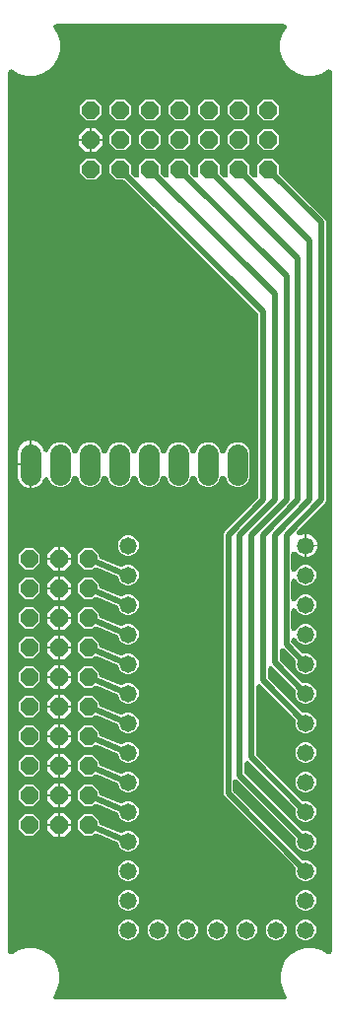
<source format=gbr>
G04 EAGLE Gerber RS-274X export*
G75*
%MOMM*%
%FSLAX34Y34*%
%LPD*%
%INTop Copper*%
%IPPOS*%
%AMOC8*
5,1,8,0,0,1.08239X$1,22.5*%
G01*
G04 Define Apertures*
%ADD10C,1.473200*%
%ADD11P,1.64956X8X202.5*%
%ADD12C,1.778000*%
%ADD13P,1.64956X8X292.5*%
%ADD14C,0.500000*%
G36*
X248607Y11120D02*
X247632Y10922D01*
X52368Y10922D01*
X51187Y11218D01*
X50421Y11853D01*
X49964Y12737D01*
X49887Y13729D01*
X50203Y14672D01*
X53445Y20289D01*
X55160Y26688D01*
X55160Y33312D01*
X53445Y39711D01*
X50133Y45449D01*
X45449Y50133D01*
X39711Y53445D01*
X33312Y55160D01*
X26688Y55160D01*
X20289Y53445D01*
X14672Y50203D01*
X13502Y49869D01*
X12521Y50036D01*
X11683Y50572D01*
X11120Y51393D01*
X10922Y52368D01*
X10922Y807535D01*
X11218Y808715D01*
X11853Y809481D01*
X12737Y809939D01*
X13729Y810016D01*
X14672Y809700D01*
X20386Y806401D01*
X26785Y804686D01*
X33410Y804686D01*
X39809Y806401D01*
X45546Y809713D01*
X50230Y814398D01*
X53543Y820135D01*
X55257Y826534D01*
X55257Y833159D01*
X53543Y839558D01*
X50211Y845328D01*
X49877Y846498D01*
X50044Y847479D01*
X50580Y848317D01*
X51401Y848880D01*
X52376Y849078D01*
X247624Y849078D01*
X248804Y848782D01*
X249570Y848147D01*
X250028Y847263D01*
X250105Y846271D01*
X249789Y845328D01*
X246457Y839558D01*
X244743Y833159D01*
X244743Y826534D01*
X246457Y820135D01*
X249770Y814398D01*
X254454Y809713D01*
X260191Y806401D01*
X266590Y804686D01*
X273215Y804686D01*
X279614Y806401D01*
X285328Y809700D01*
X286498Y810033D01*
X287479Y809866D01*
X288317Y809330D01*
X288880Y808510D01*
X289078Y807535D01*
X289078Y52368D01*
X288782Y51187D01*
X288147Y50421D01*
X287263Y49964D01*
X286271Y49887D01*
X285328Y50203D01*
X279711Y53445D01*
X273312Y55160D01*
X266688Y55160D01*
X260289Y53445D01*
X254552Y50133D01*
X249867Y45449D01*
X246555Y39711D01*
X244840Y33312D01*
X244840Y26688D01*
X246555Y20289D01*
X249797Y14672D01*
X250131Y13502D01*
X249964Y12521D01*
X249428Y11683D01*
X248607Y11120D01*
G37*
%LPC*%
G36*
X230686Y765956D02*
X238262Y765956D01*
X243618Y771312D01*
X243618Y778888D01*
X238262Y784244D01*
X230686Y784244D01*
X225330Y778888D01*
X225330Y771312D01*
X230686Y765956D01*
G37*
G36*
X205286Y765956D02*
X212862Y765956D01*
X218218Y771312D01*
X218218Y778888D01*
X212862Y784244D01*
X205286Y784244D01*
X199930Y778888D01*
X199930Y771312D01*
X205286Y765956D01*
G37*
G36*
X179886Y765956D02*
X187462Y765956D01*
X192818Y771312D01*
X192818Y778888D01*
X187462Y784244D01*
X179886Y784244D01*
X174530Y778888D01*
X174530Y771312D01*
X179886Y765956D01*
G37*
G36*
X154486Y765956D02*
X162062Y765956D01*
X167418Y771312D01*
X167418Y778888D01*
X162062Y784244D01*
X154486Y784244D01*
X149130Y778888D01*
X149130Y771312D01*
X154486Y765956D01*
G37*
G36*
X129086Y765956D02*
X136662Y765956D01*
X142018Y771312D01*
X142018Y778888D01*
X136662Y784244D01*
X129086Y784244D01*
X123730Y778888D01*
X123730Y771312D01*
X129086Y765956D01*
G37*
G36*
X103686Y765956D02*
X111262Y765956D01*
X116618Y771312D01*
X116618Y778888D01*
X111262Y784244D01*
X103686Y784244D01*
X98330Y778888D01*
X98330Y771312D01*
X103686Y765956D01*
G37*
G36*
X78286Y765956D02*
X85862Y765956D01*
X91218Y771312D01*
X91218Y778888D01*
X85862Y784244D01*
X78286Y784244D01*
X72930Y778888D01*
X72930Y771312D01*
X78286Y765956D01*
G37*
G36*
X71914Y750462D02*
X81312Y750462D01*
X81312Y759860D01*
X77866Y759860D01*
X71914Y753908D01*
X71914Y750462D01*
G37*
G36*
X82836Y750462D02*
X92234Y750462D01*
X92234Y753908D01*
X86282Y759860D01*
X82836Y759860D01*
X82836Y750462D01*
G37*
G36*
X230686Y740556D02*
X238262Y740556D01*
X243618Y745912D01*
X243618Y753488D01*
X238262Y758844D01*
X230686Y758844D01*
X225330Y753488D01*
X225330Y745912D01*
X230686Y740556D01*
G37*
G36*
X205286Y740556D02*
X212862Y740556D01*
X218218Y745912D01*
X218218Y753488D01*
X212862Y758844D01*
X205286Y758844D01*
X199930Y753488D01*
X199930Y745912D01*
X205286Y740556D01*
G37*
G36*
X103686Y740556D02*
X111262Y740556D01*
X116618Y745912D01*
X116618Y753488D01*
X111262Y758844D01*
X103686Y758844D01*
X98330Y753488D01*
X98330Y745912D01*
X103686Y740556D01*
G37*
G36*
X129086Y740556D02*
X136662Y740556D01*
X142018Y745912D01*
X142018Y753488D01*
X136662Y758844D01*
X129086Y758844D01*
X123730Y753488D01*
X123730Y745912D01*
X129086Y740556D01*
G37*
G36*
X154486Y740556D02*
X162062Y740556D01*
X167418Y745912D01*
X167418Y753488D01*
X162062Y758844D01*
X154486Y758844D01*
X149130Y753488D01*
X149130Y745912D01*
X154486Y740556D01*
G37*
G36*
X179886Y740556D02*
X187462Y740556D01*
X192818Y745912D01*
X192818Y753488D01*
X187462Y758844D01*
X179886Y758844D01*
X174530Y753488D01*
X174530Y745912D01*
X179886Y740556D01*
G37*
G36*
X77866Y739540D02*
X81312Y739540D01*
X81312Y748938D01*
X71914Y748938D01*
X71914Y745492D01*
X77866Y739540D01*
G37*
G36*
X82836Y739540D02*
X86282Y739540D01*
X92234Y745492D01*
X92234Y748938D01*
X82836Y748938D01*
X82836Y739540D01*
G37*
G36*
X264944Y112710D02*
X268480Y112710D01*
X271748Y114063D01*
X274249Y116564D01*
X275602Y119832D01*
X275602Y123368D01*
X274249Y126636D01*
X271748Y129137D01*
X268480Y130490D01*
X264548Y130490D01*
X263610Y130673D01*
X262781Y131222D01*
X204756Y189247D01*
X204222Y190039D01*
X204024Y191014D01*
X204024Y197962D01*
X204178Y198826D01*
X204701Y199672D01*
X205512Y200248D01*
X206484Y200461D01*
X207462Y200279D01*
X208292Y199729D01*
X257090Y150931D01*
X257624Y150139D01*
X257822Y149164D01*
X257822Y145232D01*
X259175Y141964D01*
X261676Y139463D01*
X264944Y138110D01*
X268480Y138110D01*
X271748Y139463D01*
X274249Y141964D01*
X275602Y145232D01*
X275602Y148768D01*
X274249Y152036D01*
X271748Y154537D01*
X268480Y155890D01*
X264548Y155890D01*
X263610Y156073D01*
X262781Y156622D01*
X214756Y204647D01*
X214222Y205439D01*
X214024Y206414D01*
X214024Y213362D01*
X214178Y214226D01*
X214701Y215072D01*
X215512Y215648D01*
X216484Y215861D01*
X217462Y215679D01*
X218292Y215129D01*
X257090Y176331D01*
X257624Y175539D01*
X257822Y174564D01*
X257822Y170632D01*
X259175Y167364D01*
X261676Y164863D01*
X264944Y163510D01*
X268480Y163510D01*
X271748Y164863D01*
X274249Y167364D01*
X275602Y170632D01*
X275602Y174168D01*
X274249Y177436D01*
X271748Y179937D01*
X268480Y181290D01*
X264548Y181290D01*
X263610Y181473D01*
X262781Y182022D01*
X224756Y220047D01*
X224222Y220839D01*
X224024Y221814D01*
X224024Y279562D01*
X224178Y280426D01*
X224701Y281272D01*
X225512Y281848D01*
X226484Y282061D01*
X227462Y281879D01*
X228292Y281329D01*
X257090Y252531D01*
X257624Y251739D01*
X257822Y250764D01*
X257822Y246832D01*
X259175Y243564D01*
X261676Y241063D01*
X264944Y239710D01*
X268480Y239710D01*
X271748Y241063D01*
X274249Y243564D01*
X275602Y246832D01*
X275602Y250368D01*
X274249Y253636D01*
X271748Y256137D01*
X268480Y257490D01*
X264548Y257490D01*
X263610Y257673D01*
X262781Y258222D01*
X234756Y286247D01*
X234222Y287039D01*
X234024Y288014D01*
X234024Y294962D01*
X234178Y295826D01*
X234701Y296672D01*
X235512Y297248D01*
X236484Y297461D01*
X237462Y297279D01*
X238292Y296729D01*
X257090Y277931D01*
X257624Y277139D01*
X257822Y276164D01*
X257822Y272232D01*
X259175Y268964D01*
X261676Y266463D01*
X264944Y265110D01*
X268480Y265110D01*
X271748Y266463D01*
X274249Y268964D01*
X275602Y272232D01*
X275602Y275768D01*
X274249Y279036D01*
X271748Y281537D01*
X268480Y282890D01*
X264548Y282890D01*
X263610Y283073D01*
X262781Y283622D01*
X244756Y301647D01*
X244222Y302439D01*
X244024Y303414D01*
X244024Y310362D01*
X244178Y311226D01*
X244701Y312072D01*
X245512Y312648D01*
X246484Y312861D01*
X247462Y312679D01*
X248292Y312129D01*
X257090Y303331D01*
X257624Y302539D01*
X257822Y301564D01*
X257822Y297632D01*
X259175Y294364D01*
X261676Y291863D01*
X264944Y290510D01*
X268480Y290510D01*
X271748Y291863D01*
X274249Y294364D01*
X275602Y297632D01*
X275602Y301168D01*
X274249Y304436D01*
X271748Y306937D01*
X268480Y308290D01*
X264548Y308290D01*
X263610Y308473D01*
X262781Y309022D01*
X254756Y317047D01*
X254222Y317839D01*
X254024Y318814D01*
X254024Y319633D01*
X254171Y320478D01*
X254687Y321328D01*
X255494Y321911D01*
X256464Y322132D01*
X257444Y321957D01*
X258278Y321414D01*
X258834Y320589D01*
X259175Y319764D01*
X261676Y317263D01*
X264944Y315910D01*
X268480Y315910D01*
X271748Y317263D01*
X274249Y319764D01*
X275602Y323032D01*
X275602Y326568D01*
X274249Y329836D01*
X271748Y332337D01*
X268480Y333690D01*
X264944Y333690D01*
X261676Y332337D01*
X259175Y329836D01*
X258834Y329011D01*
X258374Y328286D01*
X257572Y327698D01*
X256604Y327469D01*
X255623Y327636D01*
X254785Y328172D01*
X254222Y328992D01*
X254024Y329967D01*
X254024Y345033D01*
X254171Y345878D01*
X254687Y346728D01*
X255494Y347311D01*
X256464Y347532D01*
X257444Y347357D01*
X258278Y346814D01*
X258834Y345989D01*
X259175Y345164D01*
X261676Y342663D01*
X264944Y341310D01*
X268480Y341310D01*
X271748Y342663D01*
X274249Y345164D01*
X275602Y348432D01*
X275602Y351968D01*
X274249Y355236D01*
X271748Y357737D01*
X268480Y359090D01*
X264944Y359090D01*
X261676Y357737D01*
X259175Y355236D01*
X258834Y354411D01*
X258374Y353686D01*
X257572Y353098D01*
X256604Y352869D01*
X255623Y353036D01*
X254785Y353572D01*
X254222Y354392D01*
X254024Y355367D01*
X254024Y370433D01*
X254171Y371278D01*
X254687Y372128D01*
X255494Y372711D01*
X256464Y372932D01*
X257444Y372757D01*
X258278Y372214D01*
X258834Y371389D01*
X259175Y370564D01*
X261676Y368063D01*
X264944Y366710D01*
X268480Y366710D01*
X271748Y368063D01*
X274249Y370564D01*
X275602Y373832D01*
X275602Y377368D01*
X274249Y380636D01*
X271748Y383137D01*
X268480Y384490D01*
X264944Y384490D01*
X261676Y383137D01*
X259175Y380636D01*
X258834Y379811D01*
X258374Y379086D01*
X257572Y378498D01*
X256604Y378269D01*
X255623Y378436D01*
X254785Y378972D01*
X254222Y379792D01*
X254024Y380767D01*
X254024Y393643D01*
X254178Y394507D01*
X254701Y395354D01*
X255512Y395929D01*
X256484Y396143D01*
X257462Y395961D01*
X258292Y395411D01*
X261101Y392602D01*
X264742Y391094D01*
X265950Y391094D01*
X265950Y410906D01*
X264742Y410906D01*
X262449Y409957D01*
X261612Y409769D01*
X260629Y409920D01*
X259782Y410443D01*
X259206Y411255D01*
X258993Y412226D01*
X259175Y413204D01*
X259725Y414034D01*
X283411Y437721D01*
X284024Y439200D01*
X284024Y679574D01*
X283411Y681053D01*
X244350Y720115D01*
X243816Y720907D01*
X243618Y721882D01*
X243618Y728088D01*
X238262Y733444D01*
X230686Y733444D01*
X225330Y728088D01*
X225330Y719770D01*
X225176Y718906D01*
X224653Y718060D01*
X223842Y717484D01*
X222870Y717271D01*
X221892Y717453D01*
X221062Y718003D01*
X218950Y720115D01*
X218416Y720907D01*
X218218Y721882D01*
X218218Y728088D01*
X212862Y733444D01*
X205286Y733444D01*
X199930Y728088D01*
X199930Y719770D01*
X199776Y718906D01*
X199253Y718060D01*
X198442Y717484D01*
X197470Y717271D01*
X196492Y717453D01*
X195662Y718003D01*
X193550Y720115D01*
X193016Y720907D01*
X192818Y721882D01*
X192818Y728088D01*
X187462Y733444D01*
X179886Y733444D01*
X174530Y728088D01*
X174530Y719770D01*
X174376Y718906D01*
X173853Y718060D01*
X173042Y717484D01*
X172070Y717271D01*
X171092Y717453D01*
X170262Y718003D01*
X168150Y720115D01*
X167616Y720907D01*
X167418Y721882D01*
X167418Y728088D01*
X162062Y733444D01*
X154486Y733444D01*
X149130Y728088D01*
X149130Y719770D01*
X148976Y718906D01*
X148453Y718060D01*
X147642Y717484D01*
X146670Y717271D01*
X145692Y717453D01*
X144862Y718003D01*
X142750Y720115D01*
X142216Y720907D01*
X142018Y721882D01*
X142018Y728088D01*
X136662Y733444D01*
X129086Y733444D01*
X123730Y728088D01*
X123730Y719770D01*
X123576Y718906D01*
X123053Y718060D01*
X122242Y717484D01*
X121270Y717271D01*
X120292Y717453D01*
X119462Y718003D01*
X117350Y720115D01*
X116816Y720907D01*
X116618Y721882D01*
X116618Y728088D01*
X111262Y733444D01*
X103686Y733444D01*
X98330Y728088D01*
X98330Y720512D01*
X103686Y715156D01*
X109892Y715156D01*
X110830Y714973D01*
X111659Y714424D01*
X225244Y600839D01*
X225778Y600047D01*
X225976Y599072D01*
X225976Y442702D01*
X225793Y441764D01*
X225244Y440935D01*
X196589Y412279D01*
X195976Y410800D01*
X195976Y187512D01*
X196589Y186033D01*
X257090Y125531D01*
X257624Y124739D01*
X257822Y123764D01*
X257822Y119832D01*
X259175Y116564D01*
X261676Y114063D01*
X264944Y112710D01*
G37*
G36*
X78286Y715156D02*
X85862Y715156D01*
X91218Y720512D01*
X91218Y728088D01*
X85862Y733444D01*
X78286Y733444D01*
X72930Y728088D01*
X72930Y720512D01*
X78286Y715156D01*
G37*
G36*
X31062Y450280D02*
X32574Y450280D01*
X36775Y452020D01*
X39990Y455235D01*
X41240Y458254D01*
X41713Y458993D01*
X42520Y459575D01*
X43490Y459796D01*
X44470Y459622D01*
X45303Y459079D01*
X45860Y458254D01*
X46871Y455811D01*
X49801Y452881D01*
X53629Y451296D01*
X57772Y451296D01*
X61599Y452881D01*
X64529Y455811D01*
X66090Y459581D01*
X66563Y460321D01*
X67370Y460903D01*
X68340Y461124D01*
X69320Y460949D01*
X70154Y460406D01*
X70710Y459581D01*
X72271Y455811D01*
X75201Y452881D01*
X79029Y451296D01*
X83172Y451296D01*
X86999Y452881D01*
X89929Y455811D01*
X91490Y459581D01*
X91963Y460321D01*
X92770Y460903D01*
X93740Y461124D01*
X94720Y460949D01*
X95554Y460406D01*
X96110Y459581D01*
X97671Y455811D01*
X100601Y452881D01*
X104429Y451296D01*
X108572Y451296D01*
X112399Y452881D01*
X115329Y455811D01*
X116890Y459581D01*
X117363Y460321D01*
X118170Y460903D01*
X119140Y461124D01*
X120120Y460949D01*
X120954Y460406D01*
X121510Y459581D01*
X123071Y455811D01*
X126001Y452881D01*
X129829Y451296D01*
X133972Y451296D01*
X137799Y452881D01*
X140729Y455811D01*
X142290Y459581D01*
X142763Y460321D01*
X143570Y460903D01*
X144540Y461124D01*
X145520Y460949D01*
X146354Y460406D01*
X146910Y459581D01*
X148471Y455811D01*
X151401Y452881D01*
X155229Y451296D01*
X159372Y451296D01*
X163199Y452881D01*
X166129Y455811D01*
X167690Y459581D01*
X168163Y460321D01*
X168970Y460903D01*
X169940Y461124D01*
X170920Y460949D01*
X171754Y460406D01*
X172310Y459581D01*
X173871Y455811D01*
X176801Y452881D01*
X180629Y451296D01*
X184772Y451296D01*
X188599Y452881D01*
X191529Y455811D01*
X193090Y459581D01*
X193563Y460321D01*
X194370Y460903D01*
X195340Y461124D01*
X196320Y460949D01*
X197154Y460406D01*
X197710Y459581D01*
X199271Y455811D01*
X202201Y452881D01*
X206029Y451296D01*
X210172Y451296D01*
X213999Y452881D01*
X216929Y455811D01*
X218514Y459639D01*
X218514Y481562D01*
X216929Y485389D01*
X213999Y488319D01*
X210172Y489904D01*
X206029Y489904D01*
X202201Y488319D01*
X199271Y485389D01*
X197710Y481619D01*
X197237Y480879D01*
X196430Y480297D01*
X195460Y480076D01*
X194480Y480251D01*
X193646Y480794D01*
X193090Y481619D01*
X191529Y485389D01*
X188599Y488319D01*
X184772Y489904D01*
X180629Y489904D01*
X176801Y488319D01*
X173871Y485389D01*
X172310Y481619D01*
X171837Y480879D01*
X171030Y480297D01*
X170060Y480076D01*
X169080Y480251D01*
X168246Y480794D01*
X167690Y481619D01*
X166129Y485389D01*
X163199Y488319D01*
X159372Y489904D01*
X155229Y489904D01*
X151401Y488319D01*
X148471Y485389D01*
X146910Y481619D01*
X146437Y480879D01*
X145630Y480297D01*
X144660Y480076D01*
X143680Y480251D01*
X142846Y480794D01*
X142290Y481619D01*
X140729Y485389D01*
X137799Y488319D01*
X133972Y489904D01*
X129829Y489904D01*
X126001Y488319D01*
X123071Y485389D01*
X121510Y481619D01*
X121037Y480879D01*
X120230Y480297D01*
X119260Y480076D01*
X118280Y480251D01*
X117446Y480794D01*
X116890Y481619D01*
X115329Y485389D01*
X112399Y488319D01*
X108572Y489904D01*
X104429Y489904D01*
X100601Y488319D01*
X97671Y485389D01*
X96110Y481619D01*
X95637Y480879D01*
X94830Y480297D01*
X93860Y480076D01*
X92880Y480251D01*
X92046Y480794D01*
X91490Y481619D01*
X89929Y485389D01*
X86999Y488319D01*
X83172Y489904D01*
X79029Y489904D01*
X75201Y488319D01*
X72271Y485389D01*
X70710Y481619D01*
X70237Y480879D01*
X69430Y480297D01*
X68460Y480076D01*
X67480Y480251D01*
X66646Y480794D01*
X66090Y481619D01*
X64529Y485389D01*
X61599Y488319D01*
X57772Y489904D01*
X53629Y489904D01*
X49801Y488319D01*
X46871Y485389D01*
X45860Y482946D01*
X45387Y482207D01*
X44580Y481625D01*
X43610Y481404D01*
X42630Y481578D01*
X41796Y482121D01*
X41240Y482946D01*
X39990Y485965D01*
X36775Y489180D01*
X32574Y490920D01*
X31062Y490920D01*
X31062Y450280D01*
G37*
G36*
X18870Y471362D02*
X29538Y471362D01*
X29538Y490920D01*
X28026Y490920D01*
X23825Y489180D01*
X20610Y485965D01*
X18870Y481764D01*
X18870Y471362D01*
G37*
G36*
X28026Y450280D02*
X29538Y450280D01*
X29538Y469838D01*
X18870Y469838D01*
X18870Y459436D01*
X20610Y455235D01*
X23825Y452020D01*
X28026Y450280D01*
G37*
G36*
X267474Y401762D02*
X276618Y401762D01*
X276618Y402970D01*
X275110Y406611D01*
X272323Y409398D01*
X268682Y410906D01*
X267474Y410906D01*
X267474Y401762D01*
G37*
G36*
X112544Y392110D02*
X116080Y392110D01*
X119348Y393463D01*
X121849Y395964D01*
X123202Y399232D01*
X123202Y402768D01*
X121849Y406036D01*
X119348Y408537D01*
X116080Y409890D01*
X112544Y409890D01*
X109276Y408537D01*
X106775Y406036D01*
X105422Y402768D01*
X105422Y399232D01*
X106775Y395964D01*
X109276Y393463D01*
X112544Y392110D01*
G37*
G36*
X267474Y391094D02*
X268682Y391094D01*
X272323Y392602D01*
X275110Y395389D01*
X276618Y399030D01*
X276618Y400238D01*
X267474Y400238D01*
X267474Y391094D01*
G37*
G36*
X44340Y390604D02*
X53738Y390604D01*
X53738Y400002D01*
X50292Y400002D01*
X44340Y394050D01*
X44340Y390604D01*
G37*
G36*
X55262Y390604D02*
X64660Y390604D01*
X64660Y394050D01*
X58708Y400002D01*
X55262Y400002D01*
X55262Y390604D01*
G37*
G36*
X112544Y366710D02*
X116080Y366710D01*
X119348Y368063D01*
X121849Y370564D01*
X123202Y373832D01*
X123202Y377368D01*
X121849Y380636D01*
X119348Y383137D01*
X116080Y384490D01*
X112544Y384490D01*
X108907Y382984D01*
X107971Y382794D01*
X106995Y382983D01*
X90588Y389774D01*
X89805Y390288D01*
X89242Y391109D01*
X89044Y392084D01*
X89044Y393630D01*
X83688Y398986D01*
X76112Y398986D01*
X70756Y393630D01*
X70756Y386054D01*
X76112Y380698D01*
X83688Y380698D01*
X84785Y381796D01*
X85559Y382322D01*
X86532Y382528D01*
X87509Y382338D01*
X103919Y375546D01*
X104716Y375018D01*
X105272Y374193D01*
X106775Y370564D01*
X109276Y368063D01*
X112544Y366710D01*
G37*
G36*
X25312Y380698D02*
X32888Y380698D01*
X38244Y386054D01*
X38244Y393630D01*
X32888Y398986D01*
X25312Y398986D01*
X19956Y393630D01*
X19956Y386054D01*
X25312Y380698D01*
G37*
G36*
X55262Y379682D02*
X58708Y379682D01*
X64660Y385634D01*
X64660Y389080D01*
X55262Y389080D01*
X55262Y379682D01*
G37*
G36*
X50292Y379682D02*
X53738Y379682D01*
X53738Y389080D01*
X44340Y389080D01*
X44340Y385634D01*
X50292Y379682D01*
G37*
G36*
X44340Y365204D02*
X53738Y365204D01*
X53738Y374602D01*
X50292Y374602D01*
X44340Y368650D01*
X44340Y365204D01*
G37*
G36*
X55262Y365204D02*
X64660Y365204D01*
X64660Y368650D01*
X58708Y374602D01*
X55262Y374602D01*
X55262Y365204D01*
G37*
G36*
X112544Y341310D02*
X116080Y341310D01*
X119348Y342663D01*
X121849Y345164D01*
X123202Y348432D01*
X123202Y351968D01*
X121849Y355236D01*
X119348Y357737D01*
X116080Y359090D01*
X112544Y359090D01*
X108907Y357584D01*
X107971Y357394D01*
X106995Y357583D01*
X90588Y364374D01*
X89805Y364888D01*
X89242Y365709D01*
X89044Y366684D01*
X89044Y368230D01*
X83688Y373586D01*
X76112Y373586D01*
X70756Y368230D01*
X70756Y360654D01*
X76112Y355298D01*
X83688Y355298D01*
X84785Y356396D01*
X85559Y356922D01*
X86532Y357128D01*
X87509Y356938D01*
X103919Y350146D01*
X104716Y349618D01*
X105272Y348793D01*
X106775Y345164D01*
X109276Y342663D01*
X112544Y341310D01*
G37*
G36*
X25312Y355298D02*
X32888Y355298D01*
X38244Y360654D01*
X38244Y368230D01*
X32888Y373586D01*
X25312Y373586D01*
X19956Y368230D01*
X19956Y360654D01*
X25312Y355298D01*
G37*
G36*
X55262Y354282D02*
X58708Y354282D01*
X64660Y360234D01*
X64660Y363680D01*
X55262Y363680D01*
X55262Y354282D01*
G37*
G36*
X50292Y354282D02*
X53738Y354282D01*
X53738Y363680D01*
X44340Y363680D01*
X44340Y360234D01*
X50292Y354282D01*
G37*
G36*
X44340Y339804D02*
X53738Y339804D01*
X53738Y349202D01*
X50292Y349202D01*
X44340Y343250D01*
X44340Y339804D01*
G37*
G36*
X55262Y339804D02*
X64660Y339804D01*
X64660Y343250D01*
X58708Y349202D01*
X55262Y349202D01*
X55262Y339804D01*
G37*
G36*
X25312Y329898D02*
X32888Y329898D01*
X38244Y335254D01*
X38244Y342830D01*
X32888Y348186D01*
X25312Y348186D01*
X19956Y342830D01*
X19956Y335254D01*
X25312Y329898D01*
G37*
G36*
X112544Y315910D02*
X116080Y315910D01*
X119348Y317263D01*
X121849Y319764D01*
X123202Y323032D01*
X123202Y326568D01*
X121849Y329836D01*
X119348Y332337D01*
X116080Y333690D01*
X112544Y333690D01*
X108907Y332184D01*
X107971Y331994D01*
X106995Y332183D01*
X90588Y338974D01*
X89805Y339488D01*
X89242Y340309D01*
X89044Y341284D01*
X89044Y342830D01*
X83688Y348186D01*
X76112Y348186D01*
X70756Y342830D01*
X70756Y335254D01*
X76112Y329898D01*
X83688Y329898D01*
X84785Y330996D01*
X85559Y331522D01*
X86532Y331728D01*
X87509Y331538D01*
X103919Y324746D01*
X104716Y324218D01*
X105272Y323393D01*
X106775Y319764D01*
X109276Y317263D01*
X112544Y315910D01*
G37*
G36*
X50292Y328882D02*
X53738Y328882D01*
X53738Y338280D01*
X44340Y338280D01*
X44340Y334834D01*
X50292Y328882D01*
G37*
G36*
X55262Y328882D02*
X58708Y328882D01*
X64660Y334834D01*
X64660Y338280D01*
X55262Y338280D01*
X55262Y328882D01*
G37*
G36*
X55262Y314404D02*
X64660Y314404D01*
X64660Y317850D01*
X58708Y323802D01*
X55262Y323802D01*
X55262Y314404D01*
G37*
G36*
X44340Y314404D02*
X53738Y314404D01*
X53738Y323802D01*
X50292Y323802D01*
X44340Y317850D01*
X44340Y314404D01*
G37*
G36*
X112544Y290510D02*
X116080Y290510D01*
X119348Y291863D01*
X121849Y294364D01*
X123202Y297632D01*
X123202Y301168D01*
X121849Y304436D01*
X119348Y306937D01*
X116080Y308290D01*
X112544Y308290D01*
X108907Y306784D01*
X107971Y306594D01*
X106995Y306783D01*
X90588Y313574D01*
X89805Y314088D01*
X89242Y314909D01*
X89044Y315884D01*
X89044Y317430D01*
X83688Y322786D01*
X76112Y322786D01*
X70756Y317430D01*
X70756Y309854D01*
X76112Y304498D01*
X83688Y304498D01*
X84785Y305596D01*
X85559Y306122D01*
X86532Y306328D01*
X87509Y306138D01*
X103919Y299346D01*
X104716Y298818D01*
X105272Y297993D01*
X106775Y294364D01*
X109276Y291863D01*
X112544Y290510D01*
G37*
G36*
X25312Y304498D02*
X32888Y304498D01*
X38244Y309854D01*
X38244Y317430D01*
X32888Y322786D01*
X25312Y322786D01*
X19956Y317430D01*
X19956Y309854D01*
X25312Y304498D01*
G37*
G36*
X55262Y303482D02*
X58708Y303482D01*
X64660Y309434D01*
X64660Y312880D01*
X55262Y312880D01*
X55262Y303482D01*
G37*
G36*
X50292Y303482D02*
X53738Y303482D01*
X53738Y312880D01*
X44340Y312880D01*
X44340Y309434D01*
X50292Y303482D01*
G37*
G36*
X44340Y289004D02*
X53738Y289004D01*
X53738Y298402D01*
X50292Y298402D01*
X44340Y292450D01*
X44340Y289004D01*
G37*
G36*
X55262Y289004D02*
X64660Y289004D01*
X64660Y292450D01*
X58708Y298402D01*
X55262Y298402D01*
X55262Y289004D01*
G37*
G36*
X25312Y279098D02*
X32888Y279098D01*
X38244Y284454D01*
X38244Y292030D01*
X32888Y297386D01*
X25312Y297386D01*
X19956Y292030D01*
X19956Y284454D01*
X25312Y279098D01*
G37*
G36*
X112544Y265110D02*
X116080Y265110D01*
X119348Y266463D01*
X121849Y268964D01*
X123202Y272232D01*
X123202Y275768D01*
X121849Y279036D01*
X119348Y281537D01*
X116080Y282890D01*
X112544Y282890D01*
X108907Y281384D01*
X107971Y281194D01*
X106995Y281383D01*
X90588Y288174D01*
X89805Y288688D01*
X89242Y289509D01*
X89044Y290484D01*
X89044Y292030D01*
X83688Y297386D01*
X76112Y297386D01*
X70756Y292030D01*
X70756Y284454D01*
X76112Y279098D01*
X83688Y279098D01*
X84785Y280196D01*
X85559Y280722D01*
X86532Y280928D01*
X87509Y280738D01*
X103919Y273946D01*
X104716Y273418D01*
X105272Y272593D01*
X106775Y268964D01*
X109276Y266463D01*
X112544Y265110D01*
G37*
G36*
X55262Y278082D02*
X58708Y278082D01*
X64660Y284034D01*
X64660Y287480D01*
X55262Y287480D01*
X55262Y278082D01*
G37*
G36*
X50292Y278082D02*
X53738Y278082D01*
X53738Y287480D01*
X44340Y287480D01*
X44340Y284034D01*
X50292Y278082D01*
G37*
G36*
X44340Y263604D02*
X53738Y263604D01*
X53738Y273002D01*
X50292Y273002D01*
X44340Y267050D01*
X44340Y263604D01*
G37*
G36*
X55262Y263604D02*
X64660Y263604D01*
X64660Y267050D01*
X58708Y273002D01*
X55262Y273002D01*
X55262Y263604D01*
G37*
G36*
X112544Y239710D02*
X116080Y239710D01*
X119348Y241063D01*
X121849Y243564D01*
X123202Y246832D01*
X123202Y250368D01*
X121849Y253636D01*
X119348Y256137D01*
X116080Y257490D01*
X112544Y257490D01*
X108907Y255984D01*
X107971Y255794D01*
X106995Y255983D01*
X90588Y262774D01*
X89805Y263288D01*
X89242Y264109D01*
X89044Y265084D01*
X89044Y266630D01*
X83688Y271986D01*
X76112Y271986D01*
X70756Y266630D01*
X70756Y259054D01*
X76112Y253698D01*
X83688Y253698D01*
X84785Y254796D01*
X85559Y255322D01*
X86532Y255528D01*
X87509Y255338D01*
X103919Y248546D01*
X104716Y248018D01*
X105272Y247193D01*
X106775Y243564D01*
X109276Y241063D01*
X112544Y239710D01*
G37*
G36*
X25312Y253698D02*
X32888Y253698D01*
X38244Y259054D01*
X38244Y266630D01*
X32888Y271986D01*
X25312Y271986D01*
X19956Y266630D01*
X19956Y259054D01*
X25312Y253698D01*
G37*
G36*
X55262Y252682D02*
X58708Y252682D01*
X64660Y258634D01*
X64660Y262080D01*
X55262Y262080D01*
X55262Y252682D01*
G37*
G36*
X50292Y252682D02*
X53738Y252682D01*
X53738Y262080D01*
X44340Y262080D01*
X44340Y258634D01*
X50292Y252682D01*
G37*
G36*
X44340Y238204D02*
X53738Y238204D01*
X53738Y247602D01*
X50292Y247602D01*
X44340Y241650D01*
X44340Y238204D01*
G37*
G36*
X55262Y238204D02*
X64660Y238204D01*
X64660Y241650D01*
X58708Y247602D01*
X55262Y247602D01*
X55262Y238204D01*
G37*
G36*
X112544Y214310D02*
X116080Y214310D01*
X119348Y215663D01*
X121849Y218164D01*
X123202Y221432D01*
X123202Y224968D01*
X121849Y228236D01*
X119348Y230737D01*
X116080Y232090D01*
X112544Y232090D01*
X108907Y230584D01*
X107971Y230394D01*
X106995Y230583D01*
X90588Y237374D01*
X89805Y237888D01*
X89242Y238709D01*
X89044Y239684D01*
X89044Y241230D01*
X83688Y246586D01*
X76112Y246586D01*
X70756Y241230D01*
X70756Y233654D01*
X76112Y228298D01*
X83688Y228298D01*
X84785Y229396D01*
X85559Y229922D01*
X86532Y230128D01*
X87509Y229938D01*
X103919Y223146D01*
X104716Y222618D01*
X105272Y221793D01*
X106775Y218164D01*
X109276Y215663D01*
X112544Y214310D01*
G37*
G36*
X25312Y228298D02*
X32888Y228298D01*
X38244Y233654D01*
X38244Y241230D01*
X32888Y246586D01*
X25312Y246586D01*
X19956Y241230D01*
X19956Y233654D01*
X25312Y228298D01*
G37*
G36*
X55262Y227282D02*
X58708Y227282D01*
X64660Y233234D01*
X64660Y236680D01*
X55262Y236680D01*
X55262Y227282D01*
G37*
G36*
X50292Y227282D02*
X53738Y227282D01*
X53738Y236680D01*
X44340Y236680D01*
X44340Y233234D01*
X50292Y227282D01*
G37*
G36*
X264944Y214310D02*
X268480Y214310D01*
X271748Y215663D01*
X274249Y218164D01*
X275602Y221432D01*
X275602Y224968D01*
X274249Y228236D01*
X271748Y230737D01*
X268480Y232090D01*
X264944Y232090D01*
X261676Y230737D01*
X259175Y228236D01*
X257822Y224968D01*
X257822Y221432D01*
X259175Y218164D01*
X261676Y215663D01*
X264944Y214310D01*
G37*
G36*
X44340Y212804D02*
X53738Y212804D01*
X53738Y222202D01*
X50292Y222202D01*
X44340Y216250D01*
X44340Y212804D01*
G37*
G36*
X55262Y212804D02*
X64660Y212804D01*
X64660Y216250D01*
X58708Y222202D01*
X55262Y222202D01*
X55262Y212804D01*
G37*
G36*
X112544Y188910D02*
X116080Y188910D01*
X119348Y190263D01*
X121849Y192764D01*
X123202Y196032D01*
X123202Y199568D01*
X121849Y202836D01*
X119348Y205337D01*
X116080Y206690D01*
X112544Y206690D01*
X108907Y205184D01*
X107971Y204994D01*
X106995Y205183D01*
X90588Y211974D01*
X89805Y212488D01*
X89242Y213309D01*
X89044Y214284D01*
X89044Y215830D01*
X83688Y221186D01*
X76112Y221186D01*
X70756Y215830D01*
X70756Y208254D01*
X76112Y202898D01*
X83688Y202898D01*
X84785Y203996D01*
X85559Y204522D01*
X86532Y204728D01*
X87509Y204538D01*
X103919Y197746D01*
X104716Y197218D01*
X105272Y196393D01*
X106775Y192764D01*
X109276Y190263D01*
X112544Y188910D01*
G37*
G36*
X25312Y202898D02*
X32888Y202898D01*
X38244Y208254D01*
X38244Y215830D01*
X32888Y221186D01*
X25312Y221186D01*
X19956Y215830D01*
X19956Y208254D01*
X25312Y202898D01*
G37*
G36*
X55262Y201882D02*
X58708Y201882D01*
X64660Y207834D01*
X64660Y211280D01*
X55262Y211280D01*
X55262Y201882D01*
G37*
G36*
X50292Y201882D02*
X53738Y201882D01*
X53738Y211280D01*
X44340Y211280D01*
X44340Y207834D01*
X50292Y201882D01*
G37*
G36*
X264944Y188910D02*
X268480Y188910D01*
X271748Y190263D01*
X274249Y192764D01*
X275602Y196032D01*
X275602Y199568D01*
X274249Y202836D01*
X271748Y205337D01*
X268480Y206690D01*
X264944Y206690D01*
X261676Y205337D01*
X259175Y202836D01*
X257822Y199568D01*
X257822Y196032D01*
X259175Y192764D01*
X261676Y190263D01*
X264944Y188910D01*
G37*
G36*
X44340Y187404D02*
X53738Y187404D01*
X53738Y196802D01*
X50292Y196802D01*
X44340Y190850D01*
X44340Y187404D01*
G37*
G36*
X55262Y187404D02*
X64660Y187404D01*
X64660Y190850D01*
X58708Y196802D01*
X55262Y196802D01*
X55262Y187404D01*
G37*
G36*
X112544Y163510D02*
X116080Y163510D01*
X119348Y164863D01*
X121849Y167364D01*
X123202Y170632D01*
X123202Y174168D01*
X121849Y177436D01*
X119348Y179937D01*
X116080Y181290D01*
X112544Y181290D01*
X108907Y179784D01*
X107971Y179594D01*
X106995Y179783D01*
X90588Y186574D01*
X89805Y187088D01*
X89242Y187909D01*
X89044Y188884D01*
X89044Y190430D01*
X83688Y195786D01*
X76112Y195786D01*
X70756Y190430D01*
X70756Y182854D01*
X76112Y177498D01*
X83688Y177498D01*
X84785Y178596D01*
X85559Y179122D01*
X86532Y179328D01*
X87509Y179138D01*
X103919Y172346D01*
X104716Y171818D01*
X105272Y170993D01*
X106775Y167364D01*
X109276Y164863D01*
X112544Y163510D01*
G37*
G36*
X25312Y177498D02*
X32888Y177498D01*
X38244Y182854D01*
X38244Y190430D01*
X32888Y195786D01*
X25312Y195786D01*
X19956Y190430D01*
X19956Y182854D01*
X25312Y177498D01*
G37*
G36*
X55262Y176482D02*
X58708Y176482D01*
X64660Y182434D01*
X64660Y185880D01*
X55262Y185880D01*
X55262Y176482D01*
G37*
G36*
X50292Y176482D02*
X53738Y176482D01*
X53738Y185880D01*
X44340Y185880D01*
X44340Y182434D01*
X50292Y176482D01*
G37*
G36*
X44340Y162004D02*
X53738Y162004D01*
X53738Y171402D01*
X50292Y171402D01*
X44340Y165450D01*
X44340Y162004D01*
G37*
G36*
X55262Y162004D02*
X64660Y162004D01*
X64660Y165450D01*
X58708Y171402D01*
X55262Y171402D01*
X55262Y162004D01*
G37*
G36*
X25312Y152098D02*
X32888Y152098D01*
X38244Y157454D01*
X38244Y165030D01*
X32888Y170386D01*
X25312Y170386D01*
X19956Y165030D01*
X19956Y157454D01*
X25312Y152098D01*
G37*
G36*
X112544Y138110D02*
X116080Y138110D01*
X119348Y139463D01*
X121849Y141964D01*
X123202Y145232D01*
X123202Y148768D01*
X121849Y152036D01*
X119348Y154537D01*
X116080Y155890D01*
X112544Y155890D01*
X108907Y154384D01*
X107971Y154194D01*
X106995Y154383D01*
X90588Y161174D01*
X89805Y161688D01*
X89242Y162509D01*
X89044Y163484D01*
X89044Y165030D01*
X83688Y170386D01*
X76112Y170386D01*
X70756Y165030D01*
X70756Y157454D01*
X76112Y152098D01*
X83688Y152098D01*
X84785Y153196D01*
X85559Y153722D01*
X86532Y153928D01*
X87509Y153738D01*
X103919Y146946D01*
X104716Y146418D01*
X105272Y145593D01*
X106775Y141964D01*
X109276Y139463D01*
X112544Y138110D01*
G37*
G36*
X55262Y151082D02*
X58708Y151082D01*
X64660Y157034D01*
X64660Y160480D01*
X55262Y160480D01*
X55262Y151082D01*
G37*
G36*
X50292Y151082D02*
X53738Y151082D01*
X53738Y160480D01*
X44340Y160480D01*
X44340Y157034D01*
X50292Y151082D01*
G37*
G36*
X112544Y112710D02*
X116080Y112710D01*
X119348Y114063D01*
X121849Y116564D01*
X123202Y119832D01*
X123202Y123368D01*
X121849Y126636D01*
X119348Y129137D01*
X116080Y130490D01*
X112544Y130490D01*
X109276Y129137D01*
X106775Y126636D01*
X105422Y123368D01*
X105422Y119832D01*
X106775Y116564D01*
X109276Y114063D01*
X112544Y112710D01*
G37*
G36*
X112544Y87310D02*
X116080Y87310D01*
X119348Y88663D01*
X121849Y91164D01*
X123202Y94432D01*
X123202Y97968D01*
X121849Y101236D01*
X119348Y103737D01*
X116080Y105090D01*
X112544Y105090D01*
X109276Y103737D01*
X106775Y101236D01*
X105422Y97968D01*
X105422Y94432D01*
X106775Y91164D01*
X109276Y88663D01*
X112544Y87310D01*
G37*
G36*
X264944Y87310D02*
X268480Y87310D01*
X271748Y88663D01*
X274249Y91164D01*
X275602Y94432D01*
X275602Y97968D01*
X274249Y101236D01*
X271748Y103737D01*
X268480Y105090D01*
X264944Y105090D01*
X261676Y103737D01*
X259175Y101236D01*
X257822Y97968D01*
X257822Y94432D01*
X259175Y91164D01*
X261676Y88663D01*
X264944Y87310D01*
G37*
G36*
X239544Y61910D02*
X243080Y61910D01*
X246348Y63263D01*
X248849Y65764D01*
X250202Y69032D01*
X250202Y72568D01*
X248849Y75836D01*
X246348Y78337D01*
X243080Y79690D01*
X239544Y79690D01*
X236276Y78337D01*
X233775Y75836D01*
X232422Y72568D01*
X232422Y69032D01*
X233775Y65764D01*
X236276Y63263D01*
X239544Y61910D01*
G37*
G36*
X214144Y61910D02*
X217680Y61910D01*
X220948Y63263D01*
X223449Y65764D01*
X224802Y69032D01*
X224802Y72568D01*
X223449Y75836D01*
X220948Y78337D01*
X217680Y79690D01*
X214144Y79690D01*
X210876Y78337D01*
X208375Y75836D01*
X207022Y72568D01*
X207022Y69032D01*
X208375Y65764D01*
X210876Y63263D01*
X214144Y61910D01*
G37*
G36*
X188744Y61910D02*
X192280Y61910D01*
X195548Y63263D01*
X198049Y65764D01*
X199402Y69032D01*
X199402Y72568D01*
X198049Y75836D01*
X195548Y78337D01*
X192280Y79690D01*
X188744Y79690D01*
X185476Y78337D01*
X182975Y75836D01*
X181622Y72568D01*
X181622Y69032D01*
X182975Y65764D01*
X185476Y63263D01*
X188744Y61910D01*
G37*
G36*
X163344Y61910D02*
X166880Y61910D01*
X170148Y63263D01*
X172649Y65764D01*
X174002Y69032D01*
X174002Y72568D01*
X172649Y75836D01*
X170148Y78337D01*
X166880Y79690D01*
X163344Y79690D01*
X160076Y78337D01*
X157575Y75836D01*
X156222Y72568D01*
X156222Y69032D01*
X157575Y65764D01*
X160076Y63263D01*
X163344Y61910D01*
G37*
G36*
X137944Y61910D02*
X141480Y61910D01*
X144748Y63263D01*
X147249Y65764D01*
X148602Y69032D01*
X148602Y72568D01*
X147249Y75836D01*
X144748Y78337D01*
X141480Y79690D01*
X137944Y79690D01*
X134676Y78337D01*
X132175Y75836D01*
X130822Y72568D01*
X130822Y69032D01*
X132175Y65764D01*
X134676Y63263D01*
X137944Y61910D01*
G37*
G36*
X264944Y61910D02*
X268480Y61910D01*
X271748Y63263D01*
X274249Y65764D01*
X275602Y69032D01*
X275602Y72568D01*
X274249Y75836D01*
X271748Y78337D01*
X268480Y79690D01*
X264944Y79690D01*
X261676Y78337D01*
X259175Y75836D01*
X257822Y72568D01*
X257822Y69032D01*
X259175Y65764D01*
X261676Y63263D01*
X264944Y61910D01*
G37*
G36*
X112544Y61910D02*
X116080Y61910D01*
X119348Y63263D01*
X121849Y65764D01*
X123202Y69032D01*
X123202Y72568D01*
X121849Y75836D01*
X119348Y78337D01*
X116080Y79690D01*
X112544Y79690D01*
X109276Y78337D01*
X106775Y75836D01*
X105422Y72568D01*
X105422Y69032D01*
X106775Y65764D01*
X109276Y63263D01*
X112544Y61910D01*
G37*
%LPD*%
D10*
X114312Y350200D03*
X114312Y324800D03*
X114312Y299400D03*
X114312Y274000D03*
X114312Y248600D03*
X114312Y223200D03*
X114312Y197800D03*
X114312Y172400D03*
X114312Y147000D03*
X114312Y121600D03*
X114312Y96200D03*
X114312Y70800D03*
X266712Y70800D03*
X266712Y96200D03*
X266712Y121600D03*
X266712Y147000D03*
X266712Y172400D03*
X266712Y197800D03*
X266712Y223200D03*
X266712Y248600D03*
X266712Y274000D03*
X266712Y299400D03*
X266712Y324800D03*
X114312Y375600D03*
X266712Y350200D03*
X114312Y401000D03*
X266712Y401000D03*
X266712Y375600D03*
X241312Y70800D03*
X215912Y70800D03*
X190512Y70800D03*
X165112Y70800D03*
X139712Y70800D03*
D11*
X234474Y724300D03*
X209074Y724300D03*
X183674Y724300D03*
X158274Y724300D03*
X132874Y724300D03*
X107474Y724300D03*
X82074Y724300D03*
X234474Y749700D03*
X209074Y749700D03*
X183674Y749700D03*
X158274Y749700D03*
X132874Y749700D03*
X107474Y749700D03*
X82074Y749700D03*
X234474Y775100D03*
X209074Y775100D03*
X183674Y775100D03*
X158274Y775100D03*
X132874Y775100D03*
X107474Y775100D03*
X82074Y775100D03*
D12*
X106500Y479490D02*
X106500Y461710D01*
X131900Y461710D02*
X131900Y479490D01*
X81100Y479490D02*
X81100Y461710D01*
X55700Y461710D02*
X55700Y479490D01*
X30300Y479490D02*
X30300Y461710D01*
X157300Y461710D02*
X157300Y479490D01*
X182700Y479490D02*
X182700Y461710D01*
X208100Y461710D02*
X208100Y479490D01*
D13*
X79900Y389842D03*
X79900Y364442D03*
X79900Y339042D03*
X79900Y313642D03*
X79900Y288242D03*
X79900Y262842D03*
X79900Y237442D03*
X79900Y212042D03*
X79900Y186642D03*
X79900Y161242D03*
X54500Y389842D03*
X54500Y364442D03*
X54500Y339042D03*
X54500Y313642D03*
X54500Y288242D03*
X54500Y262842D03*
X54500Y237442D03*
X54500Y212042D03*
X54500Y186642D03*
X54500Y161242D03*
X29100Y389842D03*
X29100Y364442D03*
X29100Y339042D03*
X29100Y313642D03*
X29100Y288242D03*
X29100Y262842D03*
X29100Y237442D03*
X29100Y212042D03*
X29100Y186642D03*
X29100Y161242D03*
D14*
X114312Y375600D02*
X79900Y389842D01*
X79900Y364442D02*
X114312Y350200D01*
X114312Y324800D02*
X79900Y339042D01*
X79900Y288242D02*
X114312Y274000D01*
X114312Y248600D02*
X79900Y262842D01*
X79900Y212042D02*
X114312Y197800D01*
X79900Y161242D02*
X114312Y147000D01*
X114312Y299400D02*
X79900Y313642D01*
X79900Y237442D02*
X114312Y223200D01*
X79900Y186642D02*
X114312Y172400D01*
X200000Y410000D02*
X230000Y440000D01*
X200000Y410000D02*
X200000Y188312D01*
X266712Y121600D01*
X230000Y601774D02*
X107474Y724300D01*
X230000Y601774D02*
X230000Y440000D01*
X240000Y440000D02*
X210000Y410000D01*
X210000Y203712D01*
X266712Y147000D01*
X240000Y617174D02*
X132874Y724300D01*
X240000Y617174D02*
X240000Y440000D01*
X250000Y632574D02*
X158274Y724300D01*
X250000Y632574D02*
X250000Y440000D01*
X220000Y410000D01*
X220000Y219112D01*
X266712Y172400D01*
X260000Y647974D02*
X183674Y724300D01*
X260000Y647974D02*
X260000Y440000D01*
X230000Y410000D01*
X230000Y285312D01*
X266712Y248600D01*
X270000Y663374D02*
X209074Y724300D01*
X270000Y663374D02*
X270000Y440000D01*
X240000Y410000D01*
X240000Y300712D01*
X266712Y274000D01*
X280000Y678774D02*
X234474Y724300D01*
X280000Y678774D02*
X280000Y440000D01*
X250000Y410000D01*
X250000Y316112D01*
X266712Y299400D01*
M02*

</source>
